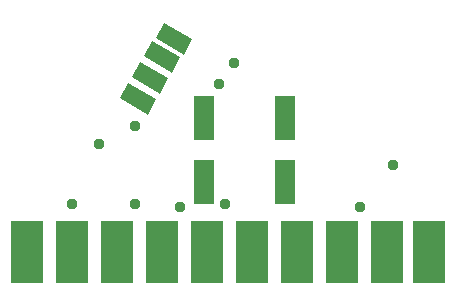
<source format=gbs>
G04 EAGLE Gerber RS-274X export*
G75*
%MOMM*%
%FSLAX34Y34*%
%LPD*%
%INBottom Solder Mask*%
%IPPOS*%
%AMOC8*
5,1,8,0,0,1.08239X$1,22.5*%
G01*
%ADD10R,2.743200X5.283200*%
%ADD11R,1.803200X3.703200*%
%ADD12R,1.473200X2.743200*%
%ADD13C,0.959600*%


D10*
X15240Y15240D03*
X53340Y15240D03*
X91440Y15240D03*
X129540Y15240D03*
X167640Y15240D03*
X205740Y15240D03*
X243840Y15240D03*
X281940Y15240D03*
X320040Y15240D03*
X355600Y15240D03*
D11*
X165100Y128600D03*
X165100Y74600D03*
X233680Y128600D03*
X233680Y74600D03*
D12*
G36*
X93659Y145258D02*
X101025Y158017D01*
X124781Y144302D01*
X117415Y131543D01*
X93659Y145258D01*
G37*
G36*
X103819Y163038D02*
X111185Y175797D01*
X134941Y162082D01*
X127575Y149323D01*
X103819Y163038D01*
G37*
G36*
X113979Y180818D02*
X121345Y193577D01*
X145101Y179862D01*
X137735Y167103D01*
X113979Y180818D01*
G37*
G36*
X124139Y196058D02*
X131505Y208817D01*
X155261Y195102D01*
X147895Y182343D01*
X124139Y196058D01*
G37*
D13*
X144780Y53340D03*
X53340Y55880D03*
X76200Y106680D03*
X106680Y121920D03*
X106680Y55880D03*
X182880Y55880D03*
X297180Y53340D03*
X325120Y88900D03*
X177800Y157480D03*
X190500Y175260D03*
M02*

</source>
